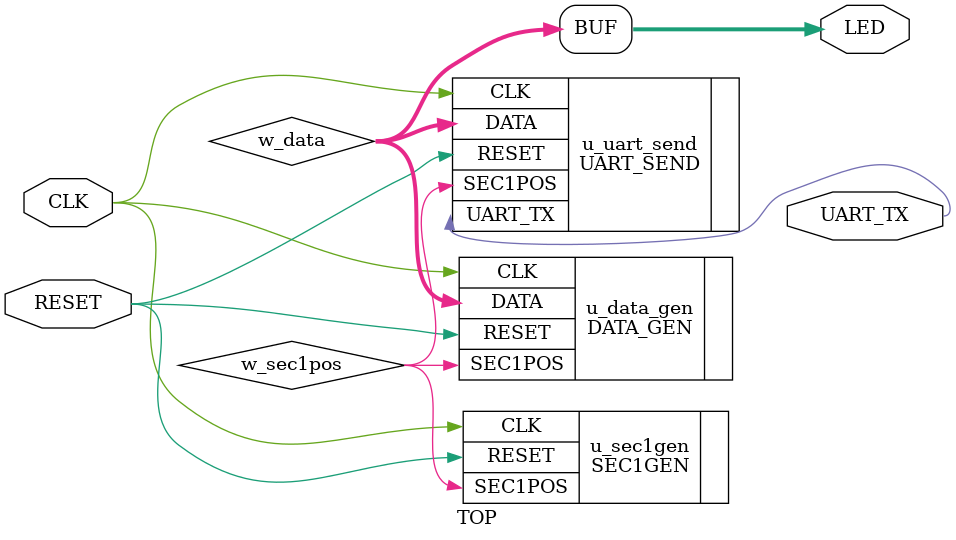
<source format=v>

module TOP #(
	parameter P_CLK_FRQ = 48_000_000,
	parameter P_BAURATE = 9600
	)(
	input  wire        CLK      ,
	input  wire        RESET    ,
	output wire        UART_TX  ,
	output wire [7:0]  LED
	);

	// 内部信号宣言
	wire         w_sec1pos      ;
	wire  [7:0]  w_data         ;

	// 内部接続
	assign LED = w_data ;

	// インスタンス
	SEC1GEN #(
		.P_CLK_FRQ (P_CLK_FRQ    )
		) u_sec1gen (
		.CLK       (CLK          ),  // i:クロック
		.RESET     (RESET        ),  // i:リセット
		.SEC1POS   (w_sec1pos    )   // o:1秒カウンタフラグ
		);

	DATA_GEN u_data_gen (
		.CLK       (CLK          ),  // i:クロック
		.RESET     (RESET        ),  // i:リセット
		.SEC1POS   (w_sec1pos    ),  // i:1秒カウンタフラグ
		.DATA      (w_data       )   // o:送出データ [7:0]
		);

	UART_SEND #(
		.P_CLK_FRQ (P_CLK_FRQ    ),
		.P_BAURATE (P_BAURATE    )
		) u_uart_send (
		.CLK       (CLK          ),  // i:クロック
		.RESET     (RESET        ),  // i:リセット
		.SEC1POS   (w_sec1pos    ),  // i:1秒カウンタフラグ
		.DATA      (w_data       ),  // i:送出データ [7:0]
		.UART_TX   (UART_TX      )   // o:UART送信端子
		);

endmodule
</source>
